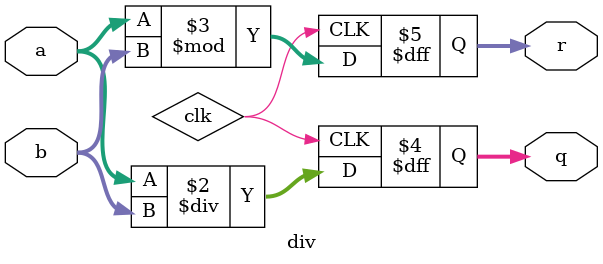
<source format=sv>

module div #(parameter W=4)
	        (input logic [W-1:0] 	a, b,
		     output logic [W-1:0] q, r);

    always @(posedge clk) begin
	    q = a / b;
	    r = a % b;
    end

endmodule: div

</source>
